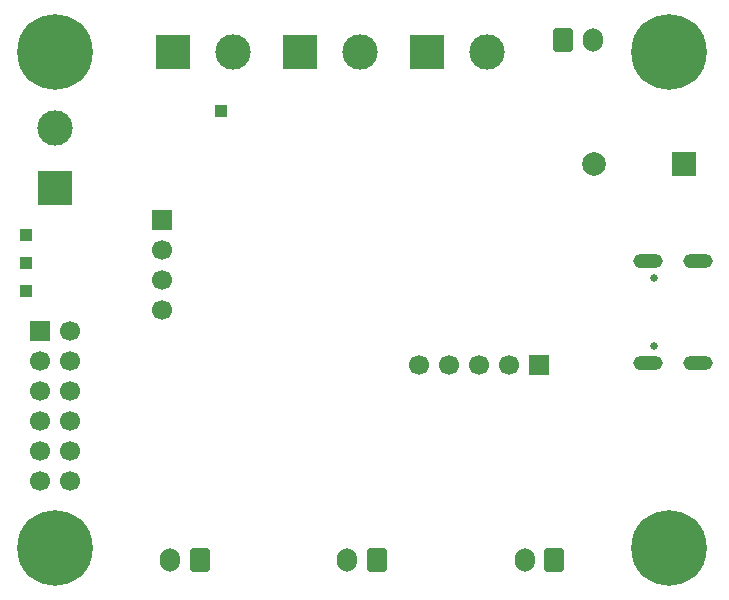
<source format=gbr>
%TF.GenerationSoftware,KiCad,Pcbnew,9.0.2*%
%TF.CreationDate,2025-06-25T14:56:52+02:00*%
%TF.ProjectId,Filament dryer oven control board,46696c61-6d65-46e7-9420-647279657220,1.0*%
%TF.SameCoordinates,Original*%
%TF.FileFunction,Soldermask,Bot*%
%TF.FilePolarity,Negative*%
%FSLAX46Y46*%
G04 Gerber Fmt 4.6, Leading zero omitted, Abs format (unit mm)*
G04 Created by KiCad (PCBNEW 9.0.2) date 2025-06-25 14:56:52*
%MOMM*%
%LPD*%
G01*
G04 APERTURE LIST*
G04 Aperture macros list*
%AMRoundRect*
0 Rectangle with rounded corners*
0 $1 Rounding radius*
0 $2 $3 $4 $5 $6 $7 $8 $9 X,Y pos of 4 corners*
0 Add a 4 corners polygon primitive as box body*
4,1,4,$2,$3,$4,$5,$6,$7,$8,$9,$2,$3,0*
0 Add four circle primitives for the rounded corners*
1,1,$1+$1,$2,$3*
1,1,$1+$1,$4,$5*
1,1,$1+$1,$6,$7*
1,1,$1+$1,$8,$9*
0 Add four rect primitives between the rounded corners*
20,1,$1+$1,$2,$3,$4,$5,0*
20,1,$1+$1,$4,$5,$6,$7,0*
20,1,$1+$1,$6,$7,$8,$9,0*
20,1,$1+$1,$8,$9,$2,$3,0*%
G04 Aperture macros list end*
%ADD10C,0.650000*%
%ADD11O,2.500000X1.250000*%
%ADD12C,0.800000*%
%ADD13C,6.400000*%
%ADD14R,1.000000X1.000000*%
%ADD15R,1.700000X1.700000*%
%ADD16C,1.700000*%
%ADD17R,3.000000X3.000000*%
%ADD18C,3.000000*%
%ADD19R,2.000000X2.000000*%
%ADD20C,2.000000*%
%ADD21RoundRect,0.250000X0.600000X0.750000X-0.600000X0.750000X-0.600000X-0.750000X0.600000X-0.750000X0*%
%ADD22O,1.700000X2.000000*%
%ADD23RoundRect,0.250000X-0.600000X-0.750000X0.600000X-0.750000X0.600000X0.750000X-0.600000X0.750000X0*%
G04 APERTURE END LIST*
D10*
%TO.C,J1*%
X154707500Y-78890000D03*
X154707500Y-73110000D03*
D11*
X154207500Y-80320000D03*
X158387500Y-80320000D03*
X154207500Y-71680000D03*
X158387500Y-71680000D03*
%TD*%
D12*
%TO.C,H2*%
X153600000Y-54000000D03*
X154302944Y-52302944D03*
X154302944Y-55697056D03*
X156000000Y-51600000D03*
D13*
X156000000Y-54000000D03*
D12*
X156000000Y-56400000D03*
X157697056Y-52302944D03*
X157697056Y-55697056D03*
X158400000Y-54000000D03*
%TD*%
D14*
%TO.C,TP1*%
X118000000Y-59000000D03*
%TD*%
D15*
%TO.C,J2*%
X145000000Y-80500000D03*
D16*
X142460000Y-80500000D03*
X139920000Y-80500000D03*
X137380000Y-80500000D03*
X134840000Y-80500000D03*
%TD*%
D12*
%TO.C,H3*%
X153600000Y-96000000D03*
X154302944Y-94302944D03*
X154302944Y-97697056D03*
X156000000Y-93600000D03*
D13*
X156000000Y-96000000D03*
D12*
X156000000Y-98400000D03*
X157697056Y-94302944D03*
X157697056Y-97697056D03*
X158400000Y-96000000D03*
%TD*%
D15*
%TO.C,J10*%
X102725000Y-77650000D03*
D16*
X105265000Y-77650000D03*
X102725000Y-80190000D03*
X105265000Y-80190000D03*
X102725000Y-82730000D03*
X105265000Y-82730000D03*
X102725000Y-85270000D03*
X105265000Y-85270000D03*
X102725000Y-87810000D03*
X105265000Y-87810000D03*
X102725000Y-90350000D03*
X105265000Y-90350000D03*
%TD*%
D12*
%TO.C,H4*%
X101600000Y-96000000D03*
X102302944Y-94302944D03*
X102302944Y-97697056D03*
X104000000Y-93600000D03*
D13*
X104000000Y-96000000D03*
D12*
X104000000Y-98400000D03*
X105697056Y-94302944D03*
X105697056Y-97697056D03*
X106400000Y-96000000D03*
%TD*%
%TO.C,H1*%
X101600000Y-54000000D03*
X102302944Y-52302944D03*
X102302944Y-55697056D03*
X104000000Y-51600000D03*
D13*
X104000000Y-54000000D03*
D12*
X104000000Y-56400000D03*
X105697056Y-52302944D03*
X105697056Y-55697056D03*
X106400000Y-54000000D03*
%TD*%
D17*
%TO.C,J5*%
X124750000Y-54000000D03*
D18*
X129830000Y-54000000D03*
%TD*%
D15*
%TO.C,U5*%
X113025000Y-68200000D03*
D16*
X113025000Y-70740000D03*
X113025000Y-73280000D03*
X113025000Y-75820000D03*
%TD*%
D14*
%TO.C,TP3*%
X101500000Y-69500000D03*
%TD*%
D19*
%TO.C,BZ1*%
X157250000Y-63500000D03*
D20*
X149650000Y-63500000D03*
%TD*%
D21*
%TO.C,J8*%
X131250000Y-97025000D03*
D22*
X128750000Y-97025000D03*
%TD*%
D21*
%TO.C,J7*%
X116250000Y-97025000D03*
D22*
X113750000Y-97025000D03*
%TD*%
D23*
%TO.C,J11*%
X147000000Y-52975000D03*
D22*
X149500000Y-52975000D03*
%TD*%
D17*
%TO.C,J4*%
X104000000Y-65540000D03*
D18*
X104000000Y-60460000D03*
%TD*%
D14*
%TO.C,TP4*%
X101500000Y-74250000D03*
%TD*%
D17*
%TO.C,J6*%
X135500000Y-54000000D03*
D18*
X140580000Y-54000000D03*
%TD*%
D14*
%TO.C,TP2*%
X101500000Y-71900000D03*
%TD*%
D17*
%TO.C,J3*%
X114000000Y-54000000D03*
D18*
X119080000Y-54000000D03*
%TD*%
D21*
%TO.C,J9*%
X146250000Y-97025000D03*
D22*
X143750000Y-97025000D03*
%TD*%
M02*

</source>
